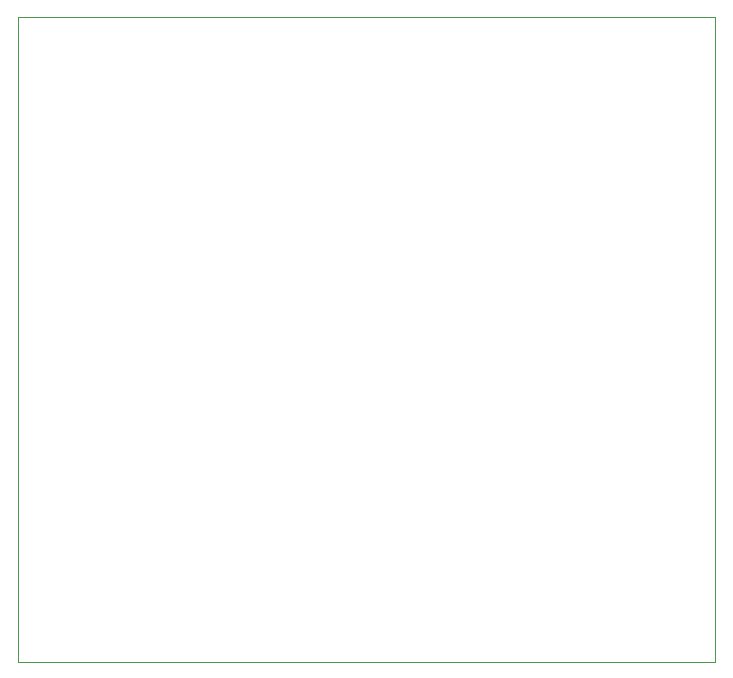
<source format=gm1>
G04 #@! TF.GenerationSoftware,KiCad,Pcbnew,(5.1.10)-1*
G04 #@! TF.CreationDate,2021-07-28T22:28:55+09:30*
G04 #@! TF.ProjectId,FilestoreE01-SSD,46696c65-7374-46f7-9265-4530312d5353,rev?*
G04 #@! TF.SameCoordinates,Original*
G04 #@! TF.FileFunction,Profile,NP*
%FSLAX46Y46*%
G04 Gerber Fmt 4.6, Leading zero omitted, Abs format (unit mm)*
G04 Created by KiCad (PCBNEW (5.1.10)-1) date 2021-07-28 22:28:55*
%MOMM*%
%LPD*%
G01*
G04 APERTURE LIST*
G04 #@! TA.AperFunction,Profile*
%ADD10C,0.050000*%
G04 #@! TD*
G04 APERTURE END LIST*
D10*
X171450000Y-118110000D02*
X112395000Y-118110000D01*
X112395000Y-63500000D02*
X171450000Y-63500000D01*
X112395000Y-63500000D02*
X112395000Y-118110000D01*
X171450000Y-118110000D02*
X171450000Y-63500000D01*
M02*

</source>
